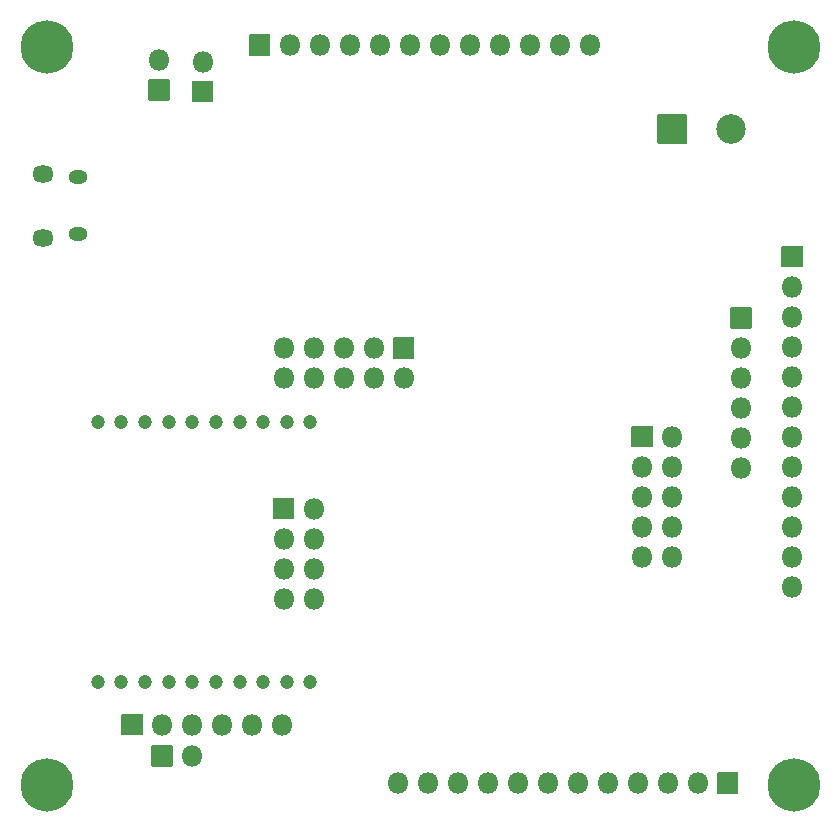
<source format=gbs>
G04 #@! TF.GenerationSoftware,KiCad,Pcbnew,(5.1.9)-1*
G04 #@! TF.CreationDate,2021-03-20T17:22:42+01:00*
G04 #@! TF.ProjectId,SmartSensor,536d6172-7453-4656-9e73-6f722e6b6963,rev?*
G04 #@! TF.SameCoordinates,Original*
G04 #@! TF.FileFunction,Soldermask,Bot*
G04 #@! TF.FilePolarity,Negative*
%FSLAX46Y46*%
G04 Gerber Fmt 4.6, Leading zero omitted, Abs format (unit mm)*
G04 Created by KiCad (PCBNEW (5.1.9)-1) date 2021-03-20 17:22:42*
%MOMM*%
%LPD*%
G01*
G04 APERTURE LIST*
%ADD10C,2.502000*%
%ADD11O,1.602000X1.202000*%
%ADD12O,1.802000X1.452000*%
%ADD13O,1.802000X1.802000*%
%ADD14C,1.202000*%
%ADD15C,4.502000*%
%ADD16C,0.802000*%
G04 APERTURE END LIST*
G36*
G01*
X217951000Y-89592000D02*
X217951000Y-87192000D01*
G75*
G02*
X218002000Y-87141000I51000J0D01*
G01*
X220402000Y-87141000D01*
G75*
G02*
X220453000Y-87192000I0J-51000D01*
G01*
X220453000Y-89592000D01*
G75*
G02*
X220402000Y-89643000I-51000J0D01*
G01*
X218002000Y-89643000D01*
G75*
G02*
X217951000Y-89592000I0J51000D01*
G01*
G37*
D10*
X224202000Y-88392000D03*
D11*
X168910000Y-92470000D03*
X168910000Y-97310000D03*
D12*
X165910000Y-92160000D03*
X165910000Y-97620000D03*
G36*
G01*
X174867000Y-85940000D02*
X174867000Y-84240000D01*
G75*
G02*
X174918000Y-84189000I51000J0D01*
G01*
X176618000Y-84189000D01*
G75*
G02*
X176669000Y-84240000I0J-51000D01*
G01*
X176669000Y-85940000D01*
G75*
G02*
X176618000Y-85991000I-51000J0D01*
G01*
X174918000Y-85991000D01*
G75*
G02*
X174867000Y-85940000I0J51000D01*
G01*
G37*
D13*
X175768000Y-82550000D03*
X179451000Y-82677000D03*
G36*
G01*
X178550000Y-86067000D02*
X178550000Y-84367000D01*
G75*
G02*
X178601000Y-84316000I51000J0D01*
G01*
X180301000Y-84316000D01*
G75*
G02*
X180352000Y-84367000I0J-51000D01*
G01*
X180352000Y-86067000D01*
G75*
G02*
X180301000Y-86118000I-51000J0D01*
G01*
X178601000Y-86118000D01*
G75*
G02*
X178550000Y-86067000I0J51000D01*
G01*
G37*
X225044000Y-117094000D03*
X225044000Y-114554000D03*
X225044000Y-112014000D03*
X225044000Y-109474000D03*
X225044000Y-106934000D03*
G36*
G01*
X224143000Y-105244000D02*
X224143000Y-103544000D01*
G75*
G02*
X224194000Y-103493000I51000J0D01*
G01*
X225894000Y-103493000D01*
G75*
G02*
X225945000Y-103544000I0J-51000D01*
G01*
X225945000Y-105244000D01*
G75*
G02*
X225894000Y-105295000I-51000J0D01*
G01*
X224194000Y-105295000D01*
G75*
G02*
X224143000Y-105244000I0J51000D01*
G01*
G37*
G36*
G01*
X195619000Y-106033000D02*
X197319000Y-106033000D01*
G75*
G02*
X197370000Y-106084000I0J-51000D01*
G01*
X197370000Y-107784000D01*
G75*
G02*
X197319000Y-107835000I-51000J0D01*
G01*
X195619000Y-107835000D01*
G75*
G02*
X195568000Y-107784000I0J51000D01*
G01*
X195568000Y-106084000D01*
G75*
G02*
X195619000Y-106033000I51000J0D01*
G01*
G37*
X196469000Y-109474000D03*
X193929000Y-106934000D03*
X193929000Y-109474000D03*
X191389000Y-106934000D03*
X191389000Y-109474000D03*
X188849000Y-106934000D03*
X188849000Y-109474000D03*
X186309000Y-106934000D03*
X186309000Y-109474000D03*
X219202000Y-124587000D03*
X216662000Y-124587000D03*
X219202000Y-122047000D03*
X216662000Y-122047000D03*
X219202000Y-119507000D03*
X216662000Y-119507000D03*
X219202000Y-116967000D03*
X216662000Y-116967000D03*
X219202000Y-114427000D03*
G36*
G01*
X215761000Y-115277000D02*
X215761000Y-113577000D01*
G75*
G02*
X215812000Y-113526000I51000J0D01*
G01*
X217512000Y-113526000D01*
G75*
G02*
X217563000Y-113577000I0J-51000D01*
G01*
X217563000Y-115277000D01*
G75*
G02*
X217512000Y-115328000I-51000J0D01*
G01*
X215812000Y-115328000D01*
G75*
G02*
X215761000Y-115277000I0J51000D01*
G01*
G37*
G36*
G01*
X176872000Y-142379000D02*
X175172000Y-142379000D01*
G75*
G02*
X175121000Y-142328000I0J51000D01*
G01*
X175121000Y-140628000D01*
G75*
G02*
X175172000Y-140577000I51000J0D01*
G01*
X176872000Y-140577000D01*
G75*
G02*
X176923000Y-140628000I0J-51000D01*
G01*
X176923000Y-142328000D01*
G75*
G02*
X176872000Y-142379000I-51000J0D01*
G01*
G37*
X178562000Y-141478000D03*
G36*
G01*
X174332000Y-139712000D02*
X172632000Y-139712000D01*
G75*
G02*
X172581000Y-139661000I0J51000D01*
G01*
X172581000Y-137961000D01*
G75*
G02*
X172632000Y-137910000I51000J0D01*
G01*
X174332000Y-137910000D01*
G75*
G02*
X174383000Y-137961000I0J-51000D01*
G01*
X174383000Y-139661000D01*
G75*
G02*
X174332000Y-139712000I-51000J0D01*
G01*
G37*
X176022000Y-138811000D03*
X178562000Y-138811000D03*
X181102000Y-138811000D03*
X183642000Y-138811000D03*
X186182000Y-138811000D03*
G36*
G01*
X185408000Y-121373000D02*
X185408000Y-119673000D01*
G75*
G02*
X185459000Y-119622000I51000J0D01*
G01*
X187159000Y-119622000D01*
G75*
G02*
X187210000Y-119673000I0J-51000D01*
G01*
X187210000Y-121373000D01*
G75*
G02*
X187159000Y-121424000I-51000J0D01*
G01*
X185459000Y-121424000D01*
G75*
G02*
X185408000Y-121373000I0J51000D01*
G01*
G37*
X188849000Y-120523000D03*
X186309000Y-123063000D03*
X188849000Y-123063000D03*
X186309000Y-125603000D03*
X188849000Y-125603000D03*
X186309000Y-128143000D03*
X188849000Y-128143000D03*
X212217000Y-81280000D03*
X209677000Y-81280000D03*
X207137000Y-81280000D03*
X204597000Y-81280000D03*
X202057000Y-81280000D03*
X199517000Y-81280000D03*
X196977000Y-81280000D03*
X194437000Y-81280000D03*
X191897000Y-81280000D03*
X189357000Y-81280000D03*
X186817000Y-81280000D03*
G36*
G01*
X183427000Y-80379000D02*
X185127000Y-80379000D01*
G75*
G02*
X185178000Y-80430000I0J-51000D01*
G01*
X185178000Y-82130000D01*
G75*
G02*
X185127000Y-82181000I-51000J0D01*
G01*
X183427000Y-82181000D01*
G75*
G02*
X183376000Y-82130000I0J51000D01*
G01*
X183376000Y-80430000D01*
G75*
G02*
X183427000Y-80379000I51000J0D01*
G01*
G37*
G36*
G01*
X230263000Y-98337000D02*
X230263000Y-100037000D01*
G75*
G02*
X230212000Y-100088000I-51000J0D01*
G01*
X228512000Y-100088000D01*
G75*
G02*
X228461000Y-100037000I0J51000D01*
G01*
X228461000Y-98337000D01*
G75*
G02*
X228512000Y-98286000I51000J0D01*
G01*
X230212000Y-98286000D01*
G75*
G02*
X230263000Y-98337000I0J-51000D01*
G01*
G37*
X229362000Y-101727000D03*
X229362000Y-104267000D03*
X229362000Y-106807000D03*
X229362000Y-109347000D03*
X229362000Y-111887000D03*
X229362000Y-114427000D03*
X229362000Y-116967000D03*
X229362000Y-119507000D03*
X229362000Y-122047000D03*
X229362000Y-124587000D03*
X229362000Y-127127000D03*
G36*
G01*
X224751000Y-144665000D02*
X223051000Y-144665000D01*
G75*
G02*
X223000000Y-144614000I0J51000D01*
G01*
X223000000Y-142914000D01*
G75*
G02*
X223051000Y-142863000I51000J0D01*
G01*
X224751000Y-142863000D01*
G75*
G02*
X224802000Y-142914000I0J-51000D01*
G01*
X224802000Y-144614000D01*
G75*
G02*
X224751000Y-144665000I-51000J0D01*
G01*
G37*
X221361000Y-143764000D03*
X218821000Y-143764000D03*
X216281000Y-143764000D03*
X213741000Y-143764000D03*
X211201000Y-143764000D03*
X208661000Y-143764000D03*
X206121000Y-143764000D03*
X203581000Y-143764000D03*
X201041000Y-143764000D03*
X198501000Y-143764000D03*
X195961000Y-143764000D03*
D14*
X170576000Y-135206000D03*
X172576000Y-135206000D03*
X174576000Y-135206000D03*
X176576000Y-135206000D03*
X178576000Y-135206000D03*
X180576000Y-135206000D03*
X182576000Y-135206000D03*
X184576000Y-135206000D03*
X186576000Y-135206000D03*
X188576000Y-135206000D03*
X188576000Y-113206000D03*
X186576000Y-113206000D03*
X184576000Y-113206000D03*
X182576000Y-113206000D03*
X180576000Y-113206000D03*
X178576000Y-113206000D03*
X176576000Y-113206000D03*
X174576000Y-113206000D03*
X172576000Y-113206000D03*
X170576000Y-113206000D03*
D15*
X229489000Y-81407000D03*
D16*
X231139000Y-81407000D03*
X230655726Y-82573726D03*
X229489000Y-83057000D03*
X228322274Y-82573726D03*
X227839000Y-81407000D03*
X228322274Y-80240274D03*
X229489000Y-79757000D03*
X230655726Y-80240274D03*
D15*
X166243000Y-81407000D03*
D16*
X167893000Y-81407000D03*
X167409726Y-82573726D03*
X166243000Y-83057000D03*
X165076274Y-82573726D03*
X164593000Y-81407000D03*
X165076274Y-80240274D03*
X166243000Y-79757000D03*
X167409726Y-80240274D03*
D15*
X166243000Y-143891000D03*
D16*
X167893000Y-143891000D03*
X167409726Y-145057726D03*
X166243000Y-145541000D03*
X165076274Y-145057726D03*
X164593000Y-143891000D03*
X165076274Y-142724274D03*
X166243000Y-142241000D03*
X167409726Y-142724274D03*
X230655726Y-142724274D03*
X229489000Y-142241000D03*
X228322274Y-142724274D03*
X227839000Y-143891000D03*
X228322274Y-145057726D03*
X229489000Y-145541000D03*
X230655726Y-145057726D03*
X231139000Y-143891000D03*
D15*
X229489000Y-143891000D03*
M02*

</source>
